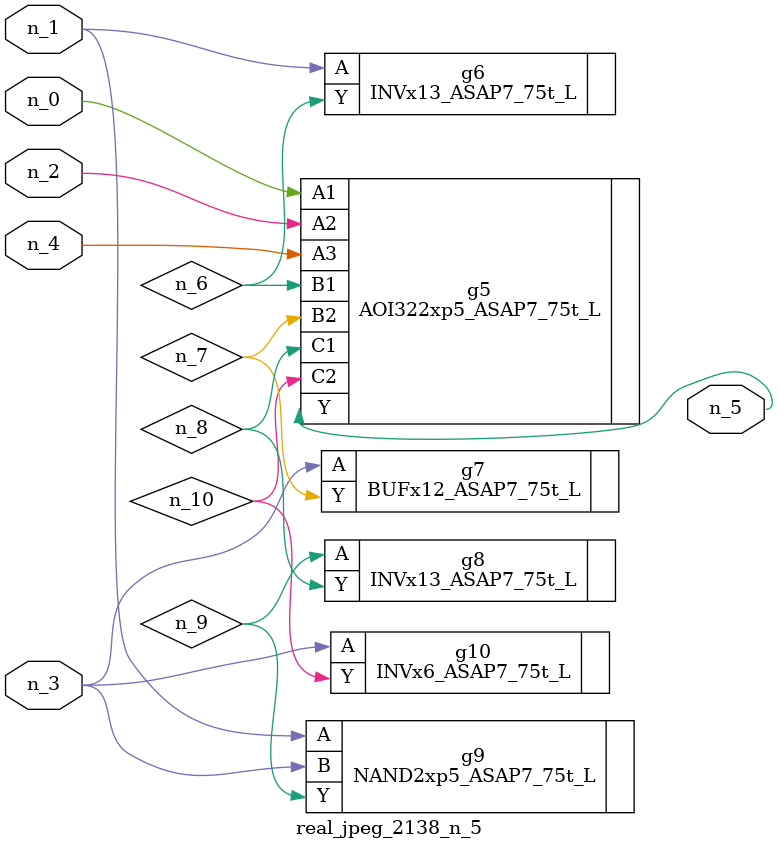
<source format=v>
module real_jpeg_2138_n_5 (n_4, n_0, n_1, n_2, n_3, n_5);

input n_4;
input n_0;
input n_1;
input n_2;
input n_3;

output n_5;

wire n_8;
wire n_6;
wire n_7;
wire n_10;
wire n_9;

AOI322xp5_ASAP7_75t_L g5 ( 
.A1(n_0),
.A2(n_2),
.A3(n_4),
.B1(n_6),
.B2(n_7),
.C1(n_8),
.C2(n_10),
.Y(n_5)
);

INVx13_ASAP7_75t_L g6 ( 
.A(n_1),
.Y(n_6)
);

NAND2xp5_ASAP7_75t_L g9 ( 
.A(n_1),
.B(n_3),
.Y(n_9)
);

BUFx12_ASAP7_75t_L g7 ( 
.A(n_3),
.Y(n_7)
);

INVx6_ASAP7_75t_L g10 ( 
.A(n_3),
.Y(n_10)
);

INVx13_ASAP7_75t_L g8 ( 
.A(n_9),
.Y(n_8)
);


endmodule
</source>
